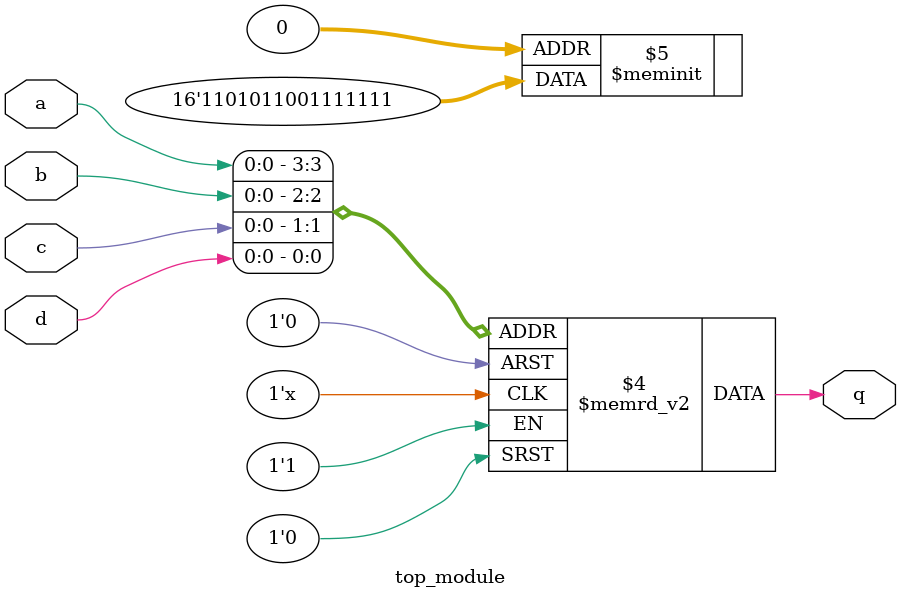
<source format=sv>
module top_module (
    input a, 
    input b, 
    input c, 
    input d,
    output reg q
);

always @* begin
    case ({a, b, c, d})
        4'b0000: q = 1;
        4'b0001: q = 1;
        4'b0010: q = 1;
        4'b0011: q = 1;
        4'b0100: q = 1;
        4'b0101: q = 1;
        4'b0110: q = 1;
        4'b0111: q = 0;
        4'b1000: q = 0;
        4'b1001: q = 1;
        4'b1010: q = 1;
        4'b1011: q = 0;
        4'b1100: q = 1;
        4'b1101: q = 0;
        4'b1110: q = 1;
        4'b1111: q = 1;
    endcase
end

endmodule

</source>
